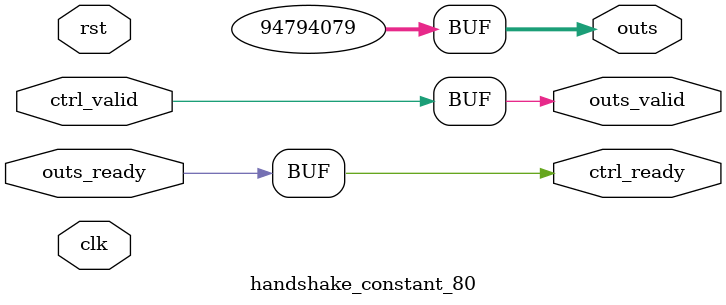
<source format=v>
`timescale 1ns / 1ps
module handshake_constant_80 #(
  parameter DATA_WIDTH = 32  // Default set to 32 bits
) (
  input                       clk,
  input                       rst,
  // Input Channel
  input                       ctrl_valid,
  output                      ctrl_ready,
  // Output Channel
  output [DATA_WIDTH - 1 : 0] outs,
  output                      outs_valid,
  input                       outs_ready
);
  assign outs       = 27'b101101001100111000101011111;
  assign outs_valid = ctrl_valid;
  assign ctrl_ready = outs_ready;

endmodule

</source>
